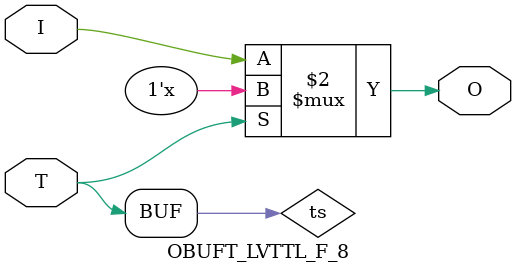
<source format=v>

/*

FUNCTION    : TRI-STATE OUTPUT BUFFER

*/

`celldefine
`timescale  100 ps / 10 ps

module OBUFT_LVTTL_F_8 (O, I, T);

    output O;

    input  I, T;

    or O1 (ts, 1'b0, T);
    bufif0 T1 (O, I, ts);

endmodule

</source>
